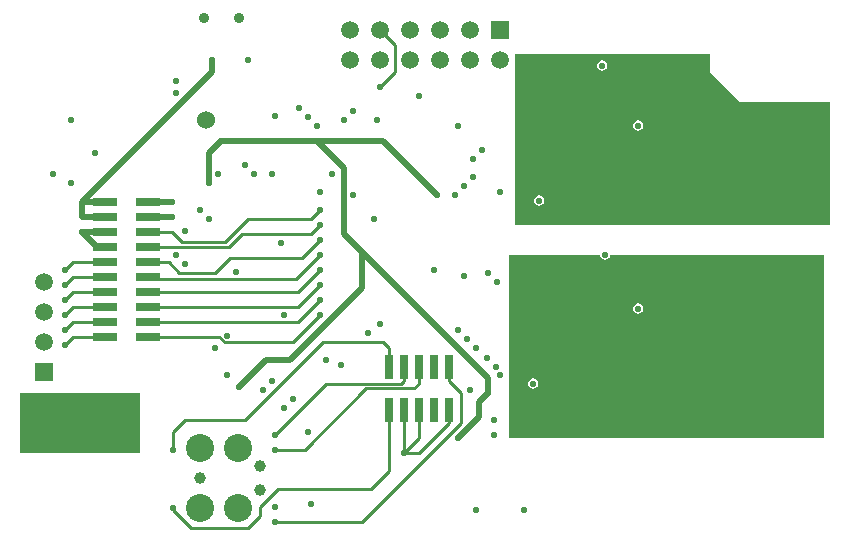
<source format=gbl>
G04 Layer_Physical_Order=4*
G04 Layer_Color=16711680*
%FSLAX25Y25*%
%MOIN*%
G70*
G01*
G75*
%ADD13R,0.40000X0.20000*%
%ADD42C,0.01000*%
%ADD43C,0.02000*%
%ADD45C,0.05905*%
%ADD46R,0.05905X0.05905*%
%ADD47C,0.03543*%
%ADD48C,0.06000*%
%ADD49R,0.05905X0.05905*%
%ADD50C,0.03900*%
%ADD51C,0.09350*%
%ADD52C,0.02200*%
%ADD63R,0.02559X0.08268*%
%ADD64R,0.08268X0.02559*%
G36*
X230000Y66000D02*
X240000Y56000D01*
X270000Y56000D01*
Y15000D01*
X165000D01*
Y72000D01*
X230000D01*
Y66000D01*
D02*
G37*
G36*
X268000Y-56000D02*
X163000D01*
Y5000D01*
X193267D01*
X193399Y4337D01*
X193774Y3774D01*
X194337Y3399D01*
X195000Y3267D01*
X195663Y3399D01*
X196226Y3774D01*
X196601Y4337D01*
X196733Y5000D01*
X268000D01*
Y-56000D01*
D02*
G37*
%LPC*%
G36*
X194000Y69733D02*
X193337Y69601D01*
X192774Y69226D01*
X192399Y68663D01*
X192267Y68000D01*
X192399Y67337D01*
X192774Y66774D01*
X193337Y66399D01*
X194000Y66267D01*
X194663Y66399D01*
X195226Y66774D01*
X195601Y67337D01*
X195733Y68000D01*
X195601Y68663D01*
X195226Y69226D01*
X194663Y69601D01*
X194000Y69733D01*
D02*
G37*
G36*
X173000Y24733D02*
X172337Y24601D01*
X171774Y24226D01*
X171399Y23663D01*
X171267Y23000D01*
X171399Y22337D01*
X171774Y21774D01*
X172337Y21399D01*
X173000Y21267D01*
X173663Y21399D01*
X174226Y21774D01*
X174601Y22337D01*
X174733Y23000D01*
X174601Y23663D01*
X174226Y24226D01*
X173663Y24601D01*
X173000Y24733D01*
D02*
G37*
G36*
X206000Y49733D02*
X205337Y49601D01*
X204774Y49226D01*
X204399Y48663D01*
X204267Y48000D01*
X204399Y47337D01*
X204774Y46774D01*
X205337Y46399D01*
X206000Y46267D01*
X206663Y46399D01*
X207226Y46774D01*
X207601Y47337D01*
X207733Y48000D01*
X207601Y48663D01*
X207226Y49226D01*
X206663Y49601D01*
X206000Y49733D01*
D02*
G37*
G36*
Y-11267D02*
X205337Y-11399D01*
X204774Y-11774D01*
X204399Y-12337D01*
X204267Y-13000D01*
X204399Y-13663D01*
X204774Y-14226D01*
X205337Y-14601D01*
X206000Y-14733D01*
X206663Y-14601D01*
X207226Y-14226D01*
X207601Y-13663D01*
X207733Y-13000D01*
X207601Y-12337D01*
X207226Y-11774D01*
X206663Y-11399D01*
X206000Y-11267D01*
D02*
G37*
G36*
X171000Y-36267D02*
X170337Y-36399D01*
X169774Y-36774D01*
X169399Y-37337D01*
X169267Y-38000D01*
X169399Y-38663D01*
X169774Y-39226D01*
X170337Y-39601D01*
X171000Y-39733D01*
X171663Y-39601D01*
X172226Y-39226D01*
X172601Y-38663D01*
X172733Y-38000D01*
X172601Y-37337D01*
X172226Y-36774D01*
X171663Y-36399D01*
X171000Y-36267D01*
D02*
G37*
%LPD*%
D13*
X20000Y-51000D02*
D03*
D42*
X115400Y-39600D02*
X131400D01*
X95000Y-60000D02*
X115400Y-39600D01*
X85000Y-60000D02*
X95000D01*
X101000Y-24000D02*
X121000D01*
X55000Y-50000D02*
X75000D01*
X101000Y-24000D01*
X17500Y2500D02*
X28413D01*
X15000Y0D02*
X17500Y2500D01*
Y-2500D02*
X28413D01*
X15000Y-5000D02*
X17500Y-2500D01*
Y-7500D02*
X28413D01*
X15000Y-10000D02*
X17500Y-7500D01*
Y-12500D02*
X28413D01*
X15000Y-15000D02*
X17500Y-12500D01*
Y-17500D02*
X28413D01*
X15000Y-20000D02*
X17500Y-17500D01*
Y-22500D02*
X28413D01*
X15000Y-25000D02*
X17500Y-22500D01*
X123000Y-67000D02*
Y-46787D01*
Y-32613D02*
Y-26000D01*
X121000Y-24000D02*
X123000Y-26000D01*
X51000Y-60000D02*
Y-54000D01*
X55000Y-50000D01*
X51000Y-80000D02*
Y-79500D01*
X128000Y-37000D02*
Y-32613D01*
X133000Y-38000D02*
Y-32613D01*
X85000Y-55000D02*
X102000Y-38000D01*
X131400Y-39600D02*
X133000Y-38000D01*
X51000Y-80000D02*
X57000Y-86000D01*
X76000D01*
X80000Y-79000D02*
X86000Y-73000D01*
X117000D01*
X123000Y-67000D01*
X76000Y-86000D02*
X80000Y-82000D01*
Y-79000D01*
X85000Y-84000D02*
X114000D01*
X42587Y-22500D02*
X66389D01*
X68089Y-24200D01*
X90800D01*
X100000Y-15000D01*
X42587Y-17500D02*
X92500D01*
X100000Y-10000D01*
X42587Y-12500D02*
X92500D01*
X100000Y-5000D01*
X42587Y-7500D02*
X92500D01*
X100000Y0D01*
X42587Y-2500D02*
X43088Y-3001D01*
X91999D01*
X100000Y5000D01*
X42587Y2500D02*
X49500D01*
X53000Y-1000D01*
X65000D01*
X70000Y4000D01*
X94000D01*
X100000Y10000D01*
X42587Y7500D02*
X69500D01*
X74000Y12000D01*
X97000D01*
X100000Y15000D01*
X68100Y9100D02*
X76000Y17000D01*
X97000D01*
X100000Y20000D01*
X42587Y12500D02*
X50500D01*
X53900Y9100D01*
X68100D01*
X143000Y-37000D02*
Y-32613D01*
Y-37000D02*
X147000Y-41000D01*
Y-51000D02*
Y-41000D01*
X102000Y-38000D02*
X127000D01*
X128000Y-37000D01*
X114000Y-84000D02*
X147000Y-51000D01*
X120000Y61000D02*
X125000Y66000D01*
X120000Y80000D02*
X125000Y75000D01*
Y66000D02*
Y75000D01*
X128000Y-61000D02*
Y-46787D01*
X133000Y-56000D02*
Y-46787D01*
X128000Y-61000D02*
X133000Y-56000D01*
X143000Y-51000D02*
Y-46787D01*
X133000Y-61000D02*
X143000Y-51000D01*
X128000Y-61000D02*
X133000D01*
D43*
X64000Y66000D02*
Y70000D01*
X20500Y22500D02*
X64000Y66000D01*
X20500Y17500D02*
Y22500D01*
X28413D01*
X20500Y17500D02*
X28413D01*
X42587Y22500D02*
X50500D01*
X42587Y17500D02*
X50500D01*
X20500Y12500D02*
X28413D01*
X25500Y7500D02*
X28413D01*
X20500Y12500D02*
X25500Y7500D01*
X63000Y39000D02*
X67000Y43000D01*
X63000Y29000D02*
Y39000D01*
X121000Y43000D02*
X139000Y25000D01*
X99000Y43000D02*
X108000Y34000D01*
Y12000D02*
Y34000D01*
X156000Y-41000D02*
Y-36000D01*
X67000Y43000D02*
X99000D01*
X121000D01*
X114000Y-6000D02*
Y6000D01*
X90000Y-30000D02*
X114000Y-6000D01*
X82000Y-30000D02*
X90000D01*
X73000Y-39000D02*
X82000Y-30000D01*
X108000Y12000D02*
X114000Y6000D01*
X156000Y-36000D01*
X153000Y-44000D02*
X156000Y-41000D01*
X146000Y-56000D02*
X153000Y-49000D01*
Y-44000D01*
D45*
X8000Y-4000D02*
D03*
Y-14000D02*
D03*
Y-24000D02*
D03*
X110000Y70000D02*
D03*
X110000Y80000D02*
D03*
X120000Y70000D02*
D03*
X120000Y80000D02*
D03*
X130000Y70000D02*
D03*
Y80000D02*
D03*
X140000Y70000D02*
D03*
Y80000D02*
D03*
X150000Y70000D02*
D03*
X150000Y80000D02*
D03*
X160000Y70000D02*
D03*
D46*
X8000Y-34000D02*
D03*
D47*
X72905Y84000D02*
D03*
X61094D02*
D03*
D48*
X62000Y50000D02*
D03*
X20000Y-51000D02*
D03*
D49*
X160000Y80000D02*
D03*
D50*
X60000Y-69500D02*
D03*
X80000Y-65500D02*
D03*
X80000Y-73500D02*
D03*
D51*
X60000Y-59500D02*
D03*
X60000Y-79500D02*
D03*
X72500Y-59500D02*
D03*
X72500Y-79500D02*
D03*
D52*
X97000Y-78000D02*
D03*
X52000Y59000D02*
D03*
Y63000D02*
D03*
X76000Y70000D02*
D03*
X64000D02*
D03*
X88000Y-46000D02*
D03*
X191231Y38131D02*
D03*
Y33800D02*
D03*
Y29469D02*
D03*
X186900Y38131D02*
D03*
Y33800D02*
D03*
Y29469D02*
D03*
X182569Y38131D02*
D03*
Y33800D02*
D03*
Y29469D02*
D03*
X182685Y-31681D02*
D03*
Y-27350D02*
D03*
Y-23020D02*
D03*
X187016Y-31681D02*
D03*
Y-27350D02*
D03*
Y-23020D02*
D03*
X191347Y-31681D02*
D03*
Y-27350D02*
D03*
Y-23020D02*
D03*
X100000Y26000D02*
D03*
X75000Y35000D02*
D03*
X78000Y32000D02*
D03*
X66000D02*
D03*
X55000Y2000D02*
D03*
Y12784D02*
D03*
X72000Y-801D02*
D03*
X50500Y22500D02*
D03*
Y17500D02*
D03*
X11000Y32000D02*
D03*
X17000Y29000D02*
D03*
X25000Y39000D02*
D03*
X17000Y50000D02*
D03*
X152000Y-80000D02*
D03*
X168000D02*
D03*
X20500Y12500D02*
D03*
X15000Y0D02*
D03*
Y-5000D02*
D03*
Y-10000D02*
D03*
Y-15000D02*
D03*
Y-20000D02*
D03*
Y-25000D02*
D03*
X104000Y32000D02*
D03*
X138000Y0D02*
D03*
X120000Y-18000D02*
D03*
X102000Y-30000D02*
D03*
X107000Y-31801D02*
D03*
X116000Y-21000D02*
D03*
X51000Y-60000D02*
D03*
Y-79500D02*
D03*
X85000Y-60000D02*
D03*
Y-79000D02*
D03*
Y-55000D02*
D03*
Y-84000D02*
D03*
X81000Y-40000D02*
D03*
X84000Y-37000D02*
D03*
X91000Y-43000D02*
D03*
X96000Y-54000D02*
D03*
X69000Y-22000D02*
D03*
Y-35000D02*
D03*
X73000Y-39000D02*
D03*
X88000Y-15000D02*
D03*
X118000Y17000D02*
D03*
X111000Y25000D02*
D03*
X148000Y28000D02*
D03*
X151000Y37000D02*
D03*
X154000Y40000D02*
D03*
X145000Y25000D02*
D03*
X151000Y31000D02*
D03*
X146000Y48000D02*
D03*
X60000Y20000D02*
D03*
X63000Y17000D02*
D03*
X67000Y43000D02*
D03*
X100000Y20000D02*
D03*
Y15000D02*
D03*
Y10000D02*
D03*
X87000Y9000D02*
D03*
X100000Y5000D02*
D03*
Y0D02*
D03*
Y-5000D02*
D03*
Y-10000D02*
D03*
Y-15000D02*
D03*
X65000Y-26000D02*
D03*
X52000Y5000D02*
D03*
X160000Y26000D02*
D03*
X173000Y23000D02*
D03*
X171000Y-38000D02*
D03*
X160000Y-35000D02*
D03*
X158608Y-32392D02*
D03*
X155608Y-29392D02*
D03*
X152000Y-26000D02*
D03*
X149000Y-23000D02*
D03*
X146000Y-20000D02*
D03*
X156000Y-1000D02*
D03*
X148000Y-2000D02*
D03*
X150000Y-40000D02*
D03*
X156000Y-41000D02*
D03*
X146000Y-56000D02*
D03*
X158000Y-50000D02*
D03*
Y-55000D02*
D03*
X63000Y29000D02*
D03*
X139000Y25000D02*
D03*
X206000Y-13000D02*
D03*
X186000Y0D02*
D03*
X190000D02*
D03*
X200000D02*
D03*
X204000D02*
D03*
X208000D02*
D03*
X212000D02*
D03*
X195000Y5000D02*
D03*
X196000Y0D02*
D03*
X194000Y68000D02*
D03*
X186000Y61000D02*
D03*
X190000D02*
D03*
X196000D02*
D03*
X200000D02*
D03*
X204000D02*
D03*
X208000D02*
D03*
X212000D02*
D03*
X199000Y-13000D02*
D03*
Y48000D02*
D03*
X206000D02*
D03*
X217000Y-25000D02*
D03*
Y-13000D02*
D03*
X225000Y-37000D02*
D03*
X229000D02*
D03*
X208000Y-33000D02*
D03*
X202000Y-45000D02*
D03*
X166000Y-13000D02*
D03*
X171000Y2000D02*
D03*
X217000Y36000D02*
D03*
Y48000D02*
D03*
X225000Y24000D02*
D03*
X229000D02*
D03*
X208000Y28000D02*
D03*
X202000Y16000D02*
D03*
X170000Y52000D02*
D03*
X171000Y62000D02*
D03*
X181000Y49000D02*
D03*
Y-13000D02*
D03*
X96000Y51000D02*
D03*
X99000Y48000D02*
D03*
X108000Y50000D02*
D03*
X111000Y53000D02*
D03*
X119000Y50000D02*
D03*
X93000Y54000D02*
D03*
X85000Y51216D02*
D03*
X84000Y32000D02*
D03*
X120000Y61000D02*
D03*
X133000Y58000D02*
D03*
X159000Y-4000D02*
D03*
X128000Y-61000D02*
D03*
X247570Y37495D02*
D03*
X251554Y36162D02*
D03*
X255647Y37104D02*
D03*
X262193Y28992D02*
D03*
X255844Y24896D02*
D03*
X251723Y25708D02*
D03*
X247685Y24553D02*
D03*
X243489Y24366D02*
D03*
X239883Y26519D02*
D03*
X239365Y30687D02*
D03*
X239633Y34878D02*
D03*
X242872Y37553D02*
D03*
X237570Y48494D02*
D03*
X231893Y35728D02*
D03*
X220075Y37265D02*
D03*
X222260Y44789D02*
D03*
X226409Y45440D02*
D03*
X230288Y47049D02*
D03*
X236077Y24365D02*
D03*
X231893Y24728D02*
D03*
X219782Y26881D02*
D03*
X216173Y29028D02*
D03*
X247570Y-24005D02*
D03*
X251251Y-26029D02*
D03*
X255295Y-24896D02*
D03*
X262198Y-32652D02*
D03*
X252016Y-36518D02*
D03*
X247833Y-36886D02*
D03*
X243640Y-37135D02*
D03*
X239957Y-35117D02*
D03*
X239365Y-30959D02*
D03*
X239574Y-26764D02*
D03*
X242708Y-23969D02*
D03*
X237570Y-13005D02*
D03*
X231893Y-25772D02*
D03*
X222312Y-16189D02*
D03*
X226469Y-15595D02*
D03*
X230446Y-14245D02*
D03*
X234010Y-37135D02*
D03*
X221894Y-34120D02*
D03*
X217730Y-33570D02*
D03*
X220086Y-23880D02*
D03*
X167500Y-7500D02*
D03*
X170000Y-52500D02*
D03*
Y-42500D02*
D03*
Y67500D02*
D03*
X175000Y-42500D02*
D03*
X177500Y-37500D02*
D03*
X175000Y67500D02*
D03*
X180000D02*
D03*
X185000D02*
D03*
X190000Y-52500D02*
D03*
X195000D02*
D03*
X197500Y-47500D02*
D03*
Y22500D02*
D03*
X200000Y-52500D02*
D03*
Y67500D02*
D03*
X205000Y-52500D02*
D03*
X207500Y-47500D02*
D03*
Y-37500D02*
D03*
Y22500D02*
D03*
X205000Y67500D02*
D03*
X210000Y-52500D02*
D03*
X212500Y-47500D02*
D03*
X210000Y-42500D02*
D03*
X212500Y-37500D02*
D03*
X210000Y-12500D02*
D03*
Y17500D02*
D03*
X212500Y22500D02*
D03*
X210000Y47500D02*
D03*
Y67500D02*
D03*
X215000Y-52500D02*
D03*
X217500Y-47500D02*
D03*
X215000Y-42500D02*
D03*
X217500Y-7500D02*
D03*
Y2500D02*
D03*
X215000Y17500D02*
D03*
X217500Y22500D02*
D03*
Y52500D02*
D03*
Y62500D02*
D03*
X215000Y67500D02*
D03*
X220000Y-52500D02*
D03*
X222500Y-47500D02*
D03*
X220000Y-42500D02*
D03*
X222500Y-7500D02*
D03*
X220000Y-2500D02*
D03*
X222500Y2500D02*
D03*
X220000Y17500D02*
D03*
X222500Y52500D02*
D03*
X220000Y57500D02*
D03*
X222500Y62500D02*
D03*
X220000Y67500D02*
D03*
X225000Y-52500D02*
D03*
X227500Y-47500D02*
D03*
X225000Y-42500D02*
D03*
X227500Y-7500D02*
D03*
X225000Y-2500D02*
D03*
X227500Y2500D02*
D03*
X225000Y17500D02*
D03*
X227500Y52500D02*
D03*
X225000Y57500D02*
D03*
X227500Y62500D02*
D03*
X225000Y67500D02*
D03*
X230000Y-52500D02*
D03*
X232500Y-47500D02*
D03*
X230000Y-42500D02*
D03*
X232500Y-7500D02*
D03*
X230000Y-2500D02*
D03*
X232500Y2500D02*
D03*
X230000Y17500D02*
D03*
X232500Y52500D02*
D03*
X230000Y57500D02*
D03*
X235000Y-52500D02*
D03*
X237500Y-47500D02*
D03*
X235000Y-42500D02*
D03*
X237500Y-7500D02*
D03*
X235000Y-2500D02*
D03*
X237500Y2500D02*
D03*
X235000Y17500D02*
D03*
Y57500D02*
D03*
X240000Y-52500D02*
D03*
X242500Y-47500D02*
D03*
X240000Y-42500D02*
D03*
X242500Y-7500D02*
D03*
X240000Y-2500D02*
D03*
X242500Y2500D02*
D03*
X240000Y17500D02*
D03*
X242500Y52500D02*
D03*
X245000Y-52500D02*
D03*
X247500Y-47500D02*
D03*
X245000Y-42500D02*
D03*
Y-12500D02*
D03*
X247500Y-7500D02*
D03*
X245000Y-2500D02*
D03*
X247500Y2500D02*
D03*
X245000Y17500D02*
D03*
X247500Y52500D02*
D03*
X250000Y-52500D02*
D03*
X252500Y-47500D02*
D03*
X250000Y-42500D02*
D03*
X252500Y-17500D02*
D03*
X250000Y-12500D02*
D03*
X252500Y-7500D02*
D03*
X250000Y-2500D02*
D03*
X252500Y2500D02*
D03*
X250000Y17500D02*
D03*
X252500Y42500D02*
D03*
X250000Y47500D02*
D03*
X252500Y52500D02*
D03*
X255000Y-52500D02*
D03*
X257500Y-47500D02*
D03*
X255000Y-42500D02*
D03*
X257500Y-17500D02*
D03*
X255000Y-12500D02*
D03*
X257500Y-7500D02*
D03*
X255000Y-2500D02*
D03*
X257500Y2500D02*
D03*
X255000Y17500D02*
D03*
X257500Y42500D02*
D03*
X255000Y47500D02*
D03*
X257500Y52500D02*
D03*
X260000Y-52500D02*
D03*
X262500Y-47500D02*
D03*
X260000Y-42500D02*
D03*
X262500Y-17500D02*
D03*
X260000Y-12500D02*
D03*
X262500Y-7500D02*
D03*
X260000Y-2500D02*
D03*
X262500Y2500D02*
D03*
X260000Y17500D02*
D03*
X262500Y42500D02*
D03*
X260000Y47500D02*
D03*
X262500Y52500D02*
D03*
X265000Y-52500D02*
D03*
Y-42500D02*
D03*
Y-12500D02*
D03*
Y-2500D02*
D03*
Y17500D02*
D03*
X267500Y42500D02*
D03*
X265000Y47500D02*
D03*
X267500Y52500D02*
D03*
D63*
X143000Y-32613D02*
D03*
X138000D02*
D03*
X133000D02*
D03*
X128000D02*
D03*
X123000D02*
D03*
X143000Y-46787D02*
D03*
X138000D02*
D03*
X133000D02*
D03*
X128000D02*
D03*
X123000D02*
D03*
D64*
X42587Y-2500D02*
D03*
X28413D02*
D03*
X42587Y-22500D02*
D03*
Y-17500D02*
D03*
Y-12500D02*
D03*
Y-7500D02*
D03*
Y2500D02*
D03*
Y7500D02*
D03*
Y12500D02*
D03*
Y17500D02*
D03*
Y22500D02*
D03*
X28413Y-22500D02*
D03*
Y-17500D02*
D03*
Y-12500D02*
D03*
Y-7500D02*
D03*
Y2500D02*
D03*
Y7500D02*
D03*
Y12500D02*
D03*
Y17500D02*
D03*
Y22500D02*
D03*
M02*

</source>
